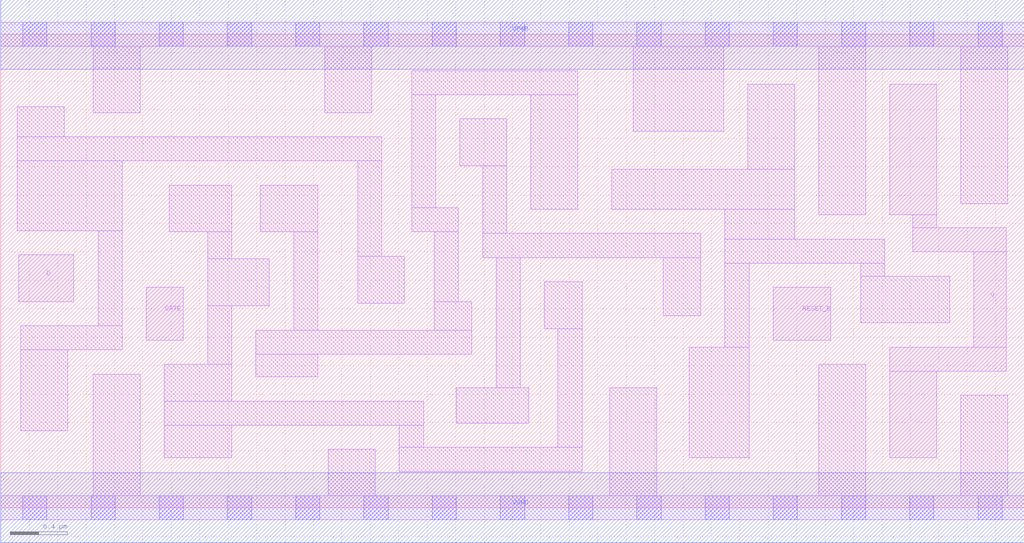
<source format=lef>
# Copyright 2020 The SkyWater PDK Authors
#
# Licensed under the Apache License, Version 2.0 (the "License");
# you may not use this file except in compliance with the License.
# You may obtain a copy of the License at
#
#     https://www.apache.org/licenses/LICENSE-2.0
#
# Unless required by applicable law or agreed to in writing, software
# distributed under the License is distributed on an "AS IS" BASIS,
# WITHOUT WARRANTIES OR CONDITIONS OF ANY KIND, either express or implied.
# See the License for the specific language governing permissions and
# limitations under the License.
#
# SPDX-License-Identifier: Apache-2.0

VERSION 5.7 ;
  NAMESCASESENSITIVE ON ;
  NOWIREEXTENSIONATPIN ON ;
  DIVIDERCHAR "/" ;
  BUSBITCHARS "[]" ;
UNITS
  DATABASE MICRONS 200 ;
END UNITS
MACRO sky130_fd_sc_ms__dlrtp_2
  CLASS CORE ;
  SOURCE USER ;
  FOREIGN sky130_fd_sc_ms__dlrtp_2 ;
  ORIGIN  0.000000  0.000000 ;
  SIZE  7.200000 BY  3.330000 ;
  SYMMETRY X Y ;
  SITE unit ;
  PIN D
    ANTENNAGATEAREA  0.233700 ;
    DIRECTION INPUT ;
    USE SIGNAL ;
    PORT
      LAYER li1 ;
        RECT 0.125000 1.450000 0.515000 1.780000 ;
    END
  END D
  PIN Q
    ANTENNADIFFAREA  0.533800 ;
    DIRECTION OUTPUT ;
    USE SIGNAL ;
    PORT
      LAYER li1 ;
        RECT 6.255000 0.350000 6.585000 0.960000 ;
        RECT 6.255000 0.960000 7.075000 1.130000 ;
        RECT 6.255000 2.060000 6.585000 2.980000 ;
        RECT 6.415000 1.800000 7.075000 1.970000 ;
        RECT 6.415000 1.970000 6.585000 2.060000 ;
        RECT 6.845000 1.130000 7.075000 1.800000 ;
    END
  END Q
  PIN RESET_B
    ANTENNAGATEAREA  0.312600 ;
    DIRECTION INPUT ;
    USE SIGNAL ;
    PORT
      LAYER li1 ;
        RECT 5.435000 1.180000 5.840000 1.550000 ;
    END
  END RESET_B
  PIN GATE
    ANTENNAGATEAREA  0.262200 ;
    DIRECTION INPUT ;
    USE CLOCK ;
    PORT
      LAYER li1 ;
        RECT 1.025000 1.180000 1.285000 1.550000 ;
    END
  END GATE
  PIN VGND
    DIRECTION INOUT ;
    USE GROUND ;
    PORT
      LAYER met1 ;
        RECT 0.000000 -0.245000 7.200000 0.245000 ;
    END
  END VGND
  PIN VPWR
    DIRECTION INOUT ;
    USE POWER ;
    PORT
      LAYER met1 ;
        RECT 0.000000 3.085000 7.200000 3.575000 ;
    END
  END VPWR
  OBS
    LAYER li1 ;
      RECT 0.000000 -0.085000 7.200000 0.085000 ;
      RECT 0.000000  3.245000 7.200000 3.415000 ;
      RECT 0.115000  1.950000 0.855000 2.440000 ;
      RECT 0.115000  2.440000 2.680000 2.610000 ;
      RECT 0.115000  2.610000 0.445000 2.820000 ;
      RECT 0.140000  0.540000 0.470000 1.110000 ;
      RECT 0.140000  1.110000 0.855000 1.280000 ;
      RECT 0.650000  0.085000 0.980000 0.940000 ;
      RECT 0.650000  2.780000 0.980000 3.245000 ;
      RECT 0.685000  1.280000 0.855000 1.950000 ;
      RECT 1.150000  0.350000 1.625000 0.580000 ;
      RECT 1.150000  0.580000 2.975000 0.750000 ;
      RECT 1.150000  0.750000 1.625000 1.010000 ;
      RECT 1.185000  1.940000 1.625000 2.270000 ;
      RECT 1.455000  1.010000 1.625000 1.420000 ;
      RECT 1.455000  1.420000 1.890000 1.750000 ;
      RECT 1.455000  1.750000 1.625000 1.940000 ;
      RECT 1.795000  0.920000 2.230000 1.080000 ;
      RECT 1.795000  1.080000 3.315000 1.250000 ;
      RECT 1.825000  1.940000 2.230000 2.270000 ;
      RECT 2.060000  1.250000 2.230000 1.940000 ;
      RECT 2.280000  2.780000 2.610000 3.245000 ;
      RECT 2.305000  0.085000 2.635000 0.410000 ;
      RECT 2.510000  1.440000 2.840000 1.770000 ;
      RECT 2.510000  1.770000 2.680000 2.440000 ;
      RECT 2.805000  0.255000 4.090000 0.425000 ;
      RECT 2.805000  0.425000 2.975000 0.580000 ;
      RECT 2.890000  1.940000 3.220000 2.110000 ;
      RECT 2.890000  2.110000 3.060000 2.905000 ;
      RECT 2.890000  2.905000 4.060000 3.075000 ;
      RECT 3.050000  1.250000 3.315000 1.450000 ;
      RECT 3.050000  1.450000 3.220000 1.940000 ;
      RECT 3.205000  0.595000 3.715000 0.845000 ;
      RECT 3.230000  2.405000 3.560000 2.735000 ;
      RECT 3.390000  1.760000 4.925000 1.930000 ;
      RECT 3.390000  1.930000 3.560000 2.405000 ;
      RECT 3.485000  0.845000 3.655000 1.760000 ;
      RECT 3.730000  2.100000 4.060000 2.905000 ;
      RECT 3.825000  1.260000 4.090000 1.590000 ;
      RECT 3.920000  0.425000 4.090000 1.260000 ;
      RECT 4.285000  0.085000 4.615000 0.845000 ;
      RECT 4.300000  2.100000 5.585000 2.380000 ;
      RECT 4.450000  2.650000 5.085000 3.245000 ;
      RECT 4.660000  1.350000 4.925000 1.760000 ;
      RECT 4.845000  0.350000 5.265000 1.130000 ;
      RECT 5.095000  1.130000 5.265000 1.720000 ;
      RECT 5.095000  1.720000 6.220000 1.890000 ;
      RECT 5.095000  1.890000 5.585000 2.100000 ;
      RECT 5.255000  2.380000 5.585000 2.980000 ;
      RECT 5.755000  0.085000 6.085000 1.010000 ;
      RECT 5.755000  2.060000 6.085000 3.245000 ;
      RECT 6.050000  1.300000 6.675000 1.630000 ;
      RECT 6.050000  1.630000 6.220000 1.720000 ;
      RECT 6.755000  0.085000 7.085000 0.790000 ;
      RECT 6.755000  2.140000 7.085000 3.245000 ;
    LAYER mcon ;
      RECT 0.155000 -0.085000 0.325000 0.085000 ;
      RECT 0.155000  3.245000 0.325000 3.415000 ;
      RECT 0.635000 -0.085000 0.805000 0.085000 ;
      RECT 0.635000  3.245000 0.805000 3.415000 ;
      RECT 1.115000 -0.085000 1.285000 0.085000 ;
      RECT 1.115000  3.245000 1.285000 3.415000 ;
      RECT 1.595000 -0.085000 1.765000 0.085000 ;
      RECT 1.595000  3.245000 1.765000 3.415000 ;
      RECT 2.075000 -0.085000 2.245000 0.085000 ;
      RECT 2.075000  3.245000 2.245000 3.415000 ;
      RECT 2.555000 -0.085000 2.725000 0.085000 ;
      RECT 2.555000  3.245000 2.725000 3.415000 ;
      RECT 3.035000 -0.085000 3.205000 0.085000 ;
      RECT 3.035000  3.245000 3.205000 3.415000 ;
      RECT 3.515000 -0.085000 3.685000 0.085000 ;
      RECT 3.515000  3.245000 3.685000 3.415000 ;
      RECT 3.995000 -0.085000 4.165000 0.085000 ;
      RECT 3.995000  3.245000 4.165000 3.415000 ;
      RECT 4.475000 -0.085000 4.645000 0.085000 ;
      RECT 4.475000  3.245000 4.645000 3.415000 ;
      RECT 4.955000 -0.085000 5.125000 0.085000 ;
      RECT 4.955000  3.245000 5.125000 3.415000 ;
      RECT 5.435000 -0.085000 5.605000 0.085000 ;
      RECT 5.435000  3.245000 5.605000 3.415000 ;
      RECT 5.915000 -0.085000 6.085000 0.085000 ;
      RECT 5.915000  3.245000 6.085000 3.415000 ;
      RECT 6.395000 -0.085000 6.565000 0.085000 ;
      RECT 6.395000  3.245000 6.565000 3.415000 ;
      RECT 6.875000 -0.085000 7.045000 0.085000 ;
      RECT 6.875000  3.245000 7.045000 3.415000 ;
  END
END sky130_fd_sc_ms__dlrtp_2

</source>
